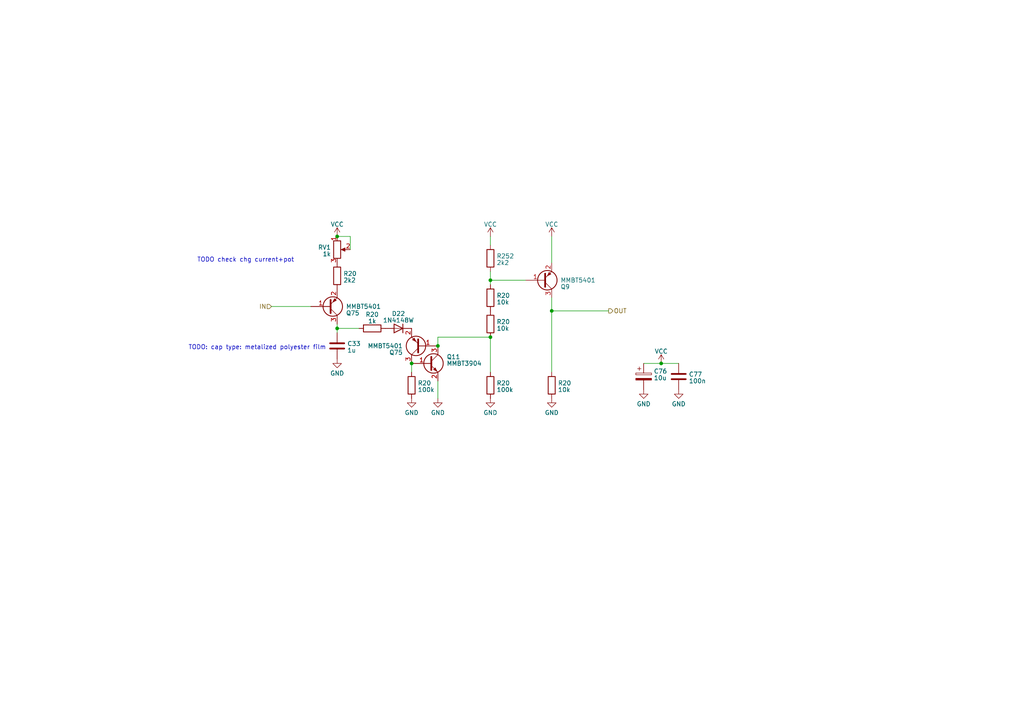
<source format=kicad_sch>
(kicad_sch (version 20230121) (generator eeschema)
  (paper "A4")
  (lib_symbols
    (symbol "Device:C" (pin_numbers hide) (pin_names (offset 0.254))
      (property "Reference" "C" (at 0.635 2.54 0))
      (property "Value" "C" (at 0.635 -2.54 0))
      (symbol "C_0_1"
        (polyline (pts (xy -2.032 -0.762) (xy 2.032 -0.762)) (stroke (width 0.508)))
        (polyline (pts (xy -2.032 0.762) (xy 2.032 0.762)) (stroke (width 0.508)))
      )
      (symbol "C_1_1"
        (pin passive line (at 0 3.81 270) (length 2.794) (name "~") (number "1"))
        (pin passive line (at 0 -3.81 90) (length 2.794) (name "~") (number "2"))
      )
    )
    (symbol "Device:C_Polarized" (pin_numbers hide) (pin_names (offset 0.254))
      (property "Reference" "C" (at 0.635 2.54 0))
      (property "Value" "C_Polarized" (at 0.635 -2.54 0))
      (symbol "C_Polarized_0_1"
        (rectangle (start -2.286 0.508) (end 2.286 1.016))
        (polyline (pts (xy -1.778 2.286) (xy -0.762 2.286)))
        (polyline (pts (xy -1.27 2.794) (xy -1.27 1.778)))
        (rectangle (start 2.286 -0.508) (end -2.286 -1.016) (fill (type outline)))
      )
      (symbol "C_Polarized_1_1"
        (pin passive line (at 0 3.81 270) (length 2.794) (name "~") (number "1"))
        (pin passive line (at 0 -3.81 90) (length 2.794) (name "~") (number "2"))
      )
    )
    (symbol "Device:D" (pin_numbers hide) (pin_names (offset 1.016) hide)
      (property "Reference" "D" (at 0 2.54 0))
      (property "Value" "D" (at 0 -2.54 0))
      (symbol "D_0_1"
        (polyline (pts (xy -1.27 1.27) (xy -1.27 -1.27)) (stroke (width 0.254)))
        (polyline (pts (xy 1.27 0) (xy -1.27 0)))
        (polyline (pts (xy 1.27 1.27) (xy 1.27 -1.27) (xy -1.27 0) (xy 1.27 1.27)) (stroke (width 0.254)))
      )
      (symbol "D_1_1"
        (pin passive line (at -3.81 0 0) (length 2.54) (name "K") (number "1"))
        (pin passive line (at 3.81 0 180) (length 2.54) (name "A") (number "2"))
      )
    )
    (symbol "Device:R" (pin_numbers hide) (pin_names (offset 0))
      (property "Reference" "R" (at 2.032 0 90))
      (property "Value" "R" (at 0 0 90))
      (symbol "R_0_1"
        (rectangle (start -1.016 -2.54) (end 1.016 2.54) (stroke (width 0.254)))
      )
      (symbol "R_1_1"
        (pin passive line (at 0 3.81 270) (length 1.27) (name "~") (number "1"))
        (pin passive line (at 0 -3.81 90) (length 1.27) (name "~") (number "2"))
      )
    )
    (symbol "Device:R_Potentiometer" (pin_names (offset 1.016) hide)
      (property "Reference" "RV" (at -4.445 0 90))
      (property "Value" "R_Potentiometer" (at -2.54 0 90))
      (symbol "R_Potentiometer_0_1"
        (polyline (pts (xy 2.54 0) (xy 1.524 0)))
        (polyline (pts (xy 1.143 0) (xy 2.286 0.508) (xy 2.286 -0.508) (xy 1.143 0)) (fill (type outline)))
        (rectangle (start 1.016 2.54) (end -1.016 -2.54) (stroke (width 0.254)))
      )
      (symbol "R_Potentiometer_1_1"
        (pin passive line (at 0 3.81 270) (length 1.27) (name "1") (number "1"))
        (pin passive line (at 3.81 0 180) (length 1.27) (name "2") (number "2"))
        (pin passive line (at 0 -3.81 90) (length 1.27) (name "3") (number "3"))
      )
    )
    (symbol "Transistor_BJT:MMBT3904" (pin_names (offset 0) hide)
      (property "Reference" "Q" (at 5.08 1.905 0))
      (property "Value" "MMBT3904" (at 5.08 0 0))
      (symbol "MMBT3904_0_1"
        (polyline (pts (xy 0.635 0.635) (xy 2.54 2.54)))
        (polyline (pts (xy 0.635 -0.635) (xy 2.54 -2.54) (xy 2.54 -2.54)))
        (polyline (pts (xy 0.635 1.905) (xy 0.635 -1.905) (xy 0.635 -1.905)) (stroke (width 0.508)))
        (polyline (pts (xy 1.27 -1.778) (xy 1.778 -1.27) (xy 2.286 -2.286) (xy 1.27 -1.778) (xy 1.27 -1.778)) (fill (type outline)))
        (circle (center 1.27 0) (radius 2.8194) (stroke (width 0.254)))
      )
      (symbol "MMBT3904_1_1"
        (pin input line (at -5.08 0 0) (length 5.715) (name "B") (number "1"))
        (pin passive line (at 2.54 -5.08 90) (length 2.54) (name "E") (number "2"))
        (pin passive line (at 2.54 5.08 270) (length 2.54) (name "C") (number "3"))
      )
    )
    (symbol "Transistor_BJT:MMBT3906" (pin_names (offset 0) hide)
      (property "Reference" "Q" (at 5.08 1.905 0))
      (property "Value" "MMBT3906" (at 5.08 0 0))
      (symbol "MMBT3906_0_1"
        (polyline (pts (xy 0.635 0.635) (xy 2.54 2.54)))
        (polyline (pts (xy 0.635 -0.635) (xy 2.54 -2.54) (xy 2.54 -2.54)))
        (polyline (pts (xy 0.635 1.905) (xy 0.635 -1.905) (xy 0.635 -1.905)) (stroke (width 0.508)))
        (polyline (pts (xy 2.286 -1.778) (xy 1.778 -2.286) (xy 1.27 -1.27) (xy 2.286 -1.778) (xy 2.286 -1.778)) (fill (type outline)))
        (circle (center 1.27 0) (radius 2.8194) (stroke (width 0.254)))
      )
      (symbol "MMBT3906_1_1"
        (pin input line (at -5.08 0 0) (length 5.715) (name "B") (number "1"))
        (pin passive line (at 2.54 -5.08 90) (length 2.54) (name "E") (number "2"))
        (pin passive line (at 2.54 5.08 270) (length 2.54) (name "C") (number "3"))
      )
    )
    (symbol "power:GND" (power) (pin_names (offset 0))
      (property "Value" "GND" (at 0 -3.81 0))
      (symbol "GND_0_1"
        (polyline (pts (xy 0 0) (xy 0 -1.27) (xy 1.27 -1.27) (xy 0 -2.54) (xy -1.27 -1.27) (xy 0 -1.27)))
      )
      (symbol "GND_1_1"
        (pin power_in line (at 0 0 270) (length 0) hide (name "GND") (number "1"))
      )
    )
    (symbol "power:VCC" (power) (pin_names (offset 0))
      (property "Value" "VCC" (at 0 3.81 0))
      (symbol "VCC_0_1"
        (polyline (pts (xy -0.762 1.27) (xy 0 2.54)))
        (polyline (pts (xy 0 0) (xy 0 2.54)))
        (polyline (pts (xy 0 2.54) (xy 0.762 1.27)))
      )
      (symbol "VCC_1_1"
        (pin power_in line (at 0 0 90) (length 0) hide (name "VCC") (number "1"))
      )
    )
  )
  (junction (at 119.38 105.41))
  (junction (at 97.79 95.25))
  (junction (at 142.24 81.28))
  (junction (at 160.02 90.17))
  (junction (at 97.79 68.58))
  (junction (at 191.77 105.41))
  (junction (at 127 100.33))
  (junction (at 142.24 97.79))
  (wire (pts (xy 160.02 107.95) (xy 160.02 90.17)))
  (wire (pts (xy 127 115.57) (xy 127 110.49)))
  (wire (pts (xy 142.24 81.28) (xy 152.4 81.28)))
  (wire (pts (xy 101.6 72.39) (xy 101.6 68.58)))
  (wire (pts (xy 186.69 105.41) (xy 191.77 105.41)))
  (wire (pts (xy 160.02 68.58) (xy 160.02 76.2)))
  (wire (pts (xy 142.24 68.58) (xy 142.24 71.12)))
  (wire (pts (xy 127 97.79) (xy 127 100.33)))
  (wire (pts (xy 127 97.79) (xy 142.24 97.79)))
  (wire (pts (xy 97.79 95.25) (xy 97.79 93.98)))
  (wire (pts (xy 78.74 88.9) (xy 90.17 88.9)))
  (wire (pts (xy 142.24 97.79) (xy 142.24 107.95)))
  (wire (pts (xy 191.77 105.41) (xy 196.85 105.41)))
  (wire (pts (xy 119.38 107.95) (xy 119.38 105.41)))
  (wire (pts (xy 160.02 90.17) (xy 176.53 90.17)))
  (wire (pts (xy 142.24 81.28) (xy 142.24 82.55)))
  (wire (pts (xy 101.6 68.58) (xy 97.79 68.58)))
  (wire (pts (xy 97.79 95.25) (xy 104.14 95.25)))
  (wire (pts (xy 97.79 96.52) (xy 97.79 95.25)))
  (wire (pts (xy 160.02 90.17) (xy 160.02 86.36)))
  (wire (pts (xy 142.24 78.74) (xy 142.24 81.28)))
  (text "TODO: cap type: metalized polyester film" (at 54.61 101.6 0) (effects (font (size 1.27 1.27)) (justify left bottom)))
  (text "TODO check chg current+pot" (at 57.15 76.2 0) (effects (font (size 1.27 1.27)) (justify left bottom)))
  (hierarchical_label "IN" (shape input) (at 78.74 88.9 180))
  (hierarchical_label "OUT" (shape output) (at 176.53 90.17 0))
  (symbol (lib_id "power:GND") (at 142.24 115.57 0) (unit 1)
    (property "Reference" "#PWR09" (effects hide))
    (property "Value" "GND" (at 142.24 119.7055 0))
    (instances (project "transistor_clock" (path "" (reference "#PWR09") (unit 1)) (path "" (reference "#PWR0112") (unit 1)) (path "" (reference "#PWR0181") (unit 1)) (path "" (reference "#PWR0208") (unit 1)) (path "" (reference "#PWR0244") (unit 1))))
  )
  (symbol (lib_id "Transistor_BJT:MMBT3906") (at 121.92 100.33 180) (unit 1)
    (property "Reference" "Q105" (at 116.84 102.235 0) (effects (justify left)))
    (property "Value" "MMBT5401" (at 116.84 100.33 0) (effects (justify left)))
    (property "Footprint" "Package_TO_SOT_SMD:SOT-23" (effects hide))
    (property "Datasheet" "https://www.onsemi.com/pub/Collateral/2N3906-D.PDF" (effects hide))
    (property "Assembly" "True" (effects hide))
    (property "LCSC_PN" "C8326" (effects hide))
    (property "Price" "0.0137" (effects hide))
    (instances (project "transistor_clock" (path "" (reference "Q75") (unit 1)) (path "" (reference "Q10") (unit 1)) (path "" (reference "Q9") (unit 1)) (path "" (reference "Q123") (unit 1)) (path "" (reference "Q120") (unit 1))))
  )
  (symbol (lib_id "Device:R") (at 97.79 80.01 180) (unit 1)
    (property "Reference" "R20" (at 99.568 79.3663 0) (effects (justify right)))
    (property "Value" "2k2" (at 99.568 81.2873 0) (effects (justify right)))
    (property "Footprint" "Resistor_SMD:R_0603_1608Metric" (effects hide))
    (property "Assembly" "True" (effects hide))
    (property "LCSC_PN" "C4190" (effects hide))
    (property "Price" "0.0009" (effects hide))
    (instances (project "transistor_clock" (path "" (reference "R20") (unit 1)) (path "" (reference "R247") (unit 1)) (path "" (reference "R241") (unit 1)) (path "" (reference "R147") (unit 1)) (path "" (reference "R56") (unit 1)) (path "" (reference "R243") (unit 1))))
  )
  (symbol (lib_id "power:GND") (at 127 115.57 0) (unit 1)
    (property "Reference" "#PWR09" (effects hide))
    (property "Value" "GND" (at 127 119.7055 0))
    (instances (project "transistor_clock" (path "" (reference "#PWR09") (unit 1)) (path "" (reference "#PWR0112") (unit 1)) (path "" (reference "#PWR0181") (unit 1)) (path "" (reference "#PWR0205") (unit 1)) (path "" (reference "#PWR0242") (unit 1))))
  )
  (symbol (lib_id "Transistor_BJT:MMBT3906") (at 95.25 88.9 0) (mirror x) (unit 1)
    (property "Reference" "Q105" (at 100.33 90.805 0) (effects (justify left)))
    (property "Value" "MMBT5401" (at 100.33 88.9 0) (effects (justify left)))
    (property "Footprint" "Package_TO_SOT_SMD:SOT-23" (effects hide))
    (property "Datasheet" "https://www.onsemi.com/pub/Collateral/2N3906-D.PDF" (effects hide))
    (property "Assembly" "True" (effects hide))
    (property "LCSC_PN" "C8326" (effects hide))
    (property "Price" "0.0137" (effects hide))
    (instances (project "transistor_clock" (path "" (reference "Q75") (unit 1)) (path "" (reference "Q10") (unit 1)) (path "" (reference "Q9") (unit 1)) (path "" (reference "Q122") (unit 1)) (path "" (reference "Q119") (unit 1))))
  )
  (symbol (lib_id "Device:C") (at 97.79 100.33 180) (unit 1)
    (property "Reference" "C33" (at 100.711 99.6863 0) (effects (justify right)))
    (property "Value" "1u" (at 100.711 101.6073 0) (effects (justify right)))
    (property "Footprint" "Capacitor_SMD:C_0805_2012Metric" (effects hide))
    (instances (project "transistor_clock" (path "" (reference "C33") (unit 1)) (path "" (reference "C2") (unit 1)) (path "" (reference "C1") (unit 1)) (path "" (reference "C55") (unit 1)) (path "" (reference "C71") (unit 1))))
  )
  (symbol (lib_id "power:VCC") (at 142.24 68.58 0) (unit 1)
    (property "Reference" "#PWR022" (effects hide))
    (property "Value" "VCC" (at 142.24 65.0781 0))
    (instances (project "transistor_clock" (path "" (reference "#PWR022") (unit 1)) (path "" (reference "#PWR0114") (unit 1)) (path "" (reference "#PWR0191") (unit 1)) (path "" (reference "#PWR0200") (unit 1)) (path "" (reference "#PWR0243") (unit 1))))
  )
  (symbol (lib_id "power:VCC") (at 97.79 68.58 0) (unit 1)
    (property "Reference" "#PWR022" (effects hide))
    (property "Value" "VCC" (at 97.79 65.0781 0))
    (instances (project "transistor_clock" (path "" (reference "#PWR022") (unit 1)) (path "" (reference "#PWR0114") (unit 1)) (path "" (reference "#PWR0191") (unit 1)) (path "" (reference "#PWR0202") (unit 1)) (path "" (reference "#PWR0237") (unit 1))))
  )
  (symbol (lib_id "Device:C") (at 196.85 109.22 180) (unit 1)
    (property "Reference" "C77" (at 199.771 108.5763 0) (effects (justify right)))
    (property "Value" "100n" (at 199.771 110.4973 0) (effects (justify right)))
    (property "Footprint" "Capacitor_SMD:C_0603_1608Metric" (effects hide))
    (property "LCSC_PN" "C14663" (effects hide))
    (property "Price" "0.0021" (effects hide))
    (instances (project "transistor_clock" (path "" (reference "C77") (unit 1)) (path "" (reference "C1") (unit 1)) (path "" (reference "C33") (unit 1)) (path "" (reference "C2") (unit 1)) (path "" (reference "C73") (unit 1))))
  )
  (symbol (lib_id "Device:C_Polarized") (at 186.69 109.22 0) (unit 1)
    (property "Reference" "C76" (at 189.611 107.6873 0) (effects (justify left)))
    (property "Value" "10u" (at 189.611 109.6083 0) (effects (justify left)))
    (property "Footprint" "Capacitor_SMD:C_0805_2012Metric" (effects hide))
    (property "Assembly" "True" (effects hide))
    (property "LCSC_PN" "C15850" (effects hide))
    (property "Price" "0.0105" (effects hide))
    (instances (project "transistor_clock" (path "" (reference "C76") (unit 1)) (path "" (reference "C72") (unit 1))))
  )
  (symbol (lib_id "power:GND") (at 119.38 115.57 0) (unit 1)
    (property "Reference" "#PWR09" (effects hide))
    (property "Value" "GND" (at 119.38 119.7055 0))
    (instances (project "transistor_clock" (path "" (reference "#PWR09") (unit 1)) (path "" (reference "#PWR0112") (unit 1)) (path "" (reference "#PWR0181") (unit 1)) (path "" (reference "#PWR0204") (unit 1)) (path "" (reference "#PWR0241") (unit 1))))
  )
  (symbol (lib_id "Device:R") (at 142.24 74.93 0) (unit 1)
    (property "Reference" "R252" (at 144.018 74.2863 0) (effects (justify left)))
    (property "Value" "2k2" (at 144.018 76.2073 0) (effects (justify left)))
    (property "Footprint" "Resistor_SMD:R_0603_1608Metric" (effects hide))
    (property "Assembly" "True" (effects hide))
    (property "LCSC_PN" "C4190" (effects hide))
    (property "Price" "0.0009" (effects hide))
    (instances (project "transistor_clock" (path "" (reference "R252") (unit 1)) (path "" (reference "R241") (unit 1)) (path "" (reference "R147") (unit 1)) (path "" (reference "R56") (unit 1)) (path "" (reference "R20") (unit 1)) (path "" (reference "R248") (unit 1))))
  )
  (symbol (lib_id "Device:R") (at 107.95 95.25 90) (unit 1)
    (property "Reference" "R213" (at 107.95 91.2241 90))
    (property "Value" "1k" (at 107.95 93.1451 90))
    (property "Footprint" "Resistor_SMD:R_0603_1608Metric" (effects hide))
    (property "Assembly" "True" (effects hide))
    (property "LCSC_PN" "C21190" (effects hide))
    (property "Price" "0.0005" (effects hide))
    (instances (project "transistor_clock" (path "" (reference "R20") (unit 1)) (path "" (reference "R56") (unit 1)) (path "" (reference "R147") (unit 1)) (path "" (reference "R241") (unit 1)) (path "" (reference "R248") (unit 1)) (path "" (reference "R244") (unit 1))))
  )
  (symbol (lib_id "Device:R") (at 142.24 93.98 0) (unit 1)
    (property "Reference" "R213" (at 144.018 93.3363 0) (effects (justify left)))
    (property "Value" "10k" (at 144.018 95.2573 0) (effects (justify left)))
    (property "Footprint" "Resistor_SMD:R_0603_1608Metric" (effects hide))
    (property "Assembly" "True" (effects hide))
    (property "LCSC_PN" "C25804" (effects hide))
    (property "Price" "0.0008" (effects hide))
    (instances (project "transistor_clock" (path "" (reference "R20") (unit 1)) (path "" (reference "R56") (unit 1)) (path "" (reference "R147") (unit 1)) (path "" (reference "R225") (unit 1)) (path "" (reference "R254") (unit 1)) (path "" (reference "R237") (unit 1))))
  )
  (symbol (lib_id "Device:R") (at 119.38 111.76 0) (unit 1)
    (property "Reference" "R213" (at 121.158 111.1163 0) (effects (justify left)))
    (property "Value" "100k" (at 121.158 113.0373 0) (effects (justify left)))
    (property "Footprint" "Resistor_SMD:R_0603_1608Metric" (effects hide))
    (property "Assembly" "True" (effects hide))
    (property "LCSC_PN" "C25803" (effects hide))
    (property "Price" "0.0009" (effects hide))
    (instances (project "transistor_clock" (path "" (reference "R20") (unit 1)) (path "" (reference "R56") (unit 1)) (path "" (reference "R147") (unit 1)) (path "" (reference "R225") (unit 1)) (path "" (reference "R249") (unit 1)) (path "" (reference "R247") (unit 1))))
  )
  (symbol (lib_id "power:GND") (at 186.69 113.03 0) (unit 1)
    (property "Reference" "#PWR09" (effects hide))
    (property "Value" "GND" (at 186.69 117.1655 0))
    (instances (project "transistor_clock" (path "" (reference "#PWR09") (unit 1)) (path "" (reference "#PWR0112") (unit 1)) (path "" (reference "#PWR0181") (unit 1)) (path "" (reference "#PWR0253") (unit 1)) (path "" (reference "#PWR0247") (unit 1))))
  )
  (symbol (lib_id "power:GND") (at 160.02 115.57 0) (unit 1)
    (property "Reference" "#PWR09" (effects hide))
    (property "Value" "GND" (at 160.02 119.7055 0))
    (instances (project "transistor_clock" (path "" (reference "#PWR09") (unit 1)) (path "" (reference "#PWR0112") (unit 1)) (path "" (reference "#PWR0181") (unit 1)) (path "" (reference "#PWR0208") (unit 1)) (path "" (reference "#PWR0246") (unit 1))))
  )
  (symbol (lib_id "Device:R_Potentiometer") (at 97.79 72.39 0) (unit 1)
    (property "Reference" "RV1" (at 96.0121 71.7463 0) (effects (justify right)))
    (property "Value" "1k" (at 96.0121 73.6673 0) (effects (justify right)))
    (property "Footprint" "Potentiometer_THT:Potentiometer_Vishay_T73YP_Vertical" (effects hide))
    (property "Assembly" "False" (effects hide))
    (instances (project "transistor_clock" (path "" (reference "RV1") (unit 1)) (path "" (reference "RV2") (unit 1))))
  )
  (symbol (lib_id "power:GND") (at 97.79 104.14 0) (unit 1)
    (property "Reference" "#PWR09" (effects hide))
    (property "Value" "GND" (at 97.79 108.2755 0))
    (instances (project "transistor_clock" (path "" (reference "#PWR09") (unit 1)) (path "" (reference "#PWR0112") (unit 1)) (path "" (reference "#PWR0181") (unit 1)) (path "" (reference "#PWR0203") (unit 1)) (path "" (reference "#PWR0238") (unit 1))))
  )
  (symbol (lib_id "Device:R") (at 160.02 111.76 0) (unit 1)
    (property "Reference" "R20" (at 161.798 111.1163 0) (effects (justify left)))
    (property "Value" "10k" (at 161.798 113.0373 0) (effects (justify left)))
    (property "Footprint" "Resistor_SMD:R_0603_1608Metric" (effects hide))
    (property "Assembly" "True" (effects hide))
    (property "LCSC_PN" "C25804" (effects hide))
    (property "Price" "0.0008" (effects hide))
    (instances (project "transistor_clock" (path "" (reference "R20") (unit 1)) (path "" (reference "R253") (unit 1)) (path "" (reference "R225") (unit 1)) (path "" (reference "R147") (unit 1)) (path "" (reference "R56") (unit 1)) (path "" (reference "R251") (unit 1))))
  )
  (symbol (lib_id "Transistor_BJT:MMBT3904") (at 124.46 105.41 0) (unit 1)
    (property "Reference" "Q107" (at 129.54 103.505 0) (effects (justify left)))
    (property "Value" "MMBT3904" (at 129.54 105.41 0) (effects (justify left)))
    (property "Footprint" "Package_TO_SOT_SMD:SOT-23" (effects hide))
    (property "Datasheet" "https://www.onsemi.com/pub/Collateral/2N3903-D.PDF" (effects hide))
    (property "Assembly" "True" (effects hide))
    (property "LCSC_PN" "C20526" (effects hide))
    (property "Price" "0.0094" (effects hide))
    (instances (project "transistor_clock" (path "" (reference "Q11") (unit 1)) (path "" (reference "Q28") (unit 1)) (path "" (reference "Q74") (unit 1)) (path "" (reference "Q113") (unit 1)) (path "" (reference "Q124") (unit 1)) (path "" (reference "Q121") (unit 1))))
  )
  (symbol (lib_id "Device:R") (at 142.24 111.76 0) (unit 1)
    (property "Reference" "R20" (at 144.018 111.1163 0) (effects (justify left)))
    (property "Value" "100k" (at 144.018 113.0373 0) (effects (justify left)))
    (property "Footprint" "Resistor_SMD:R_0603_1608Metric" (effects hide))
    (property "Assembly" "True" (effects hide))
    (property "LCSC_PN" "C25803" (effects hide))
    (property "Price" "0.0009" (effects hide))
    (instances (project "transistor_clock" (path "" (reference "R20") (unit 1)) (path "" (reference "R253") (unit 1)) (path "" (reference "R225") (unit 1)) (path "" (reference "R147") (unit 1)) (path "" (reference "R56") (unit 1)) (path "" (reference "R250") (unit 1))))
  )
  (symbol (lib_id "Transistor_BJT:MMBT3906") (at 157.48 81.28 0) (mirror x) (unit 1)
    (property "Reference" "Q9" (at 162.56 83.185 0) (effects (justify left)))
    (property "Value" "MMBT5401" (at 162.56 81.28 0) (effects (justify left)))
    (property "Footprint" "Package_TO_SOT_SMD:SOT-23" (effects hide))
    (property "Datasheet" "https://www.onsemi.com/pub/Collateral/2N3906-D.PDF" (effects hide))
    (property "Assembly" "True" (effects hide))
    (property "LCSC_PN" "C8326" (effects hide))
    (property "Price" "0.0137" (effects hide))
    (instances (project "transistor_clock" (path "" (reference "Q9") (unit 1)) (path "" (reference "Q122") (unit 1)) (path "" (reference "Q75") (unit 1)) (path "" (reference "Q10") (unit 1)) (path "" (reference "Q122") (unit 1))))
  )
  (symbol (lib_id "power:VCC") (at 191.77 105.41 0) (unit 1)
    (property "Reference" "#PWR022" (effects hide))
    (property "Value" "VCC" (at 191.77 101.9081 0))
    (instances (project "transistor_clock" (path "" (reference "#PWR022") (unit 1)) (path "" (reference "#PWR0114") (unit 1)) (path "" (reference "#PWR0191") (unit 1)) (path "" (reference "#PWR0261") (unit 1)) (path "" (reference "#PWR0248") (unit 1))))
  )
  (symbol (lib_id "Device:R") (at 142.24 86.36 0) (unit 1)
    (property "Reference" "R213" (at 144.018 85.7163 0) (effects (justify left)))
    (property "Value" "10k" (at 144.018 87.6373 0) (effects (justify left)))
    (property "Footprint" "Resistor_SMD:R_0603_1608Metric" (effects hide))
    (property "Assembly" "True" (effects hide))
    (property "LCSC_PN" "C25804" (effects hide))
    (property "Price" "0.0008" (effects hide))
    (instances (project "transistor_clock" (path "" (reference "R20") (unit 1)) (path "" (reference "R56") (unit 1)) (path "" (reference "R147") (unit 1)) (path "" (reference "R225") (unit 1)) (path "" (reference "R254") (unit 1)) (path "" (reference "R249") (unit 1))))
  )
  (symbol (lib_id "power:VCC") (at 160.02 68.58 0) (unit 1)
    (property "Reference" "#PWR022" (effects hide))
    (property "Value" "VCC" (at 160.02 65.0781 0))
    (instances (project "transistor_clock" (path "" (reference "#PWR022") (unit 1)) (path "" (reference "#PWR0114") (unit 1)) (path "" (reference "#PWR0191") (unit 1)) (path "" (reference "#PWR0200") (unit 1)) (path "" (reference "#PWR0245") (unit 1))))
  )
  (symbol (lib_id "Device:D") (at 115.57 95.25 180) (unit 1)
    (property "Reference" "D22" (at 115.57 90.9701 0))
    (property "Value" "1N4148W" (at 115.57 92.8911 0))
    (property "Footprint" "Diode_SMD:D_SOD-123" (effects hide))
    (property "Sim.Device" "D" (effects hide))
    (property "Sim.Pins" "1=K 2=A" (effects hide))
    (property "Assembly" "True" (effects hide))
    (property "LCSC_PN" "C81598" (effects hide))
    (property "Price" "0.0061" (effects hide))
    (instances (project "transistor_clock" (path "" (reference "D22") (unit 1)) (path "" (reference "D253") (unit 1)) (path "" (reference "D124") (unit 1)) (path "" (reference "D23") (unit 1)) (path "" (reference "D293") (unit 1))))
  )
  (symbol (lib_id "power:GND") (at 196.85 113.03 0) (unit 1)
    (property "Reference" "#PWR09" (effects hide))
    (property "Value" "GND" (at 196.85 117.1655 0))
    (instances (project "transistor_clock" (path "" (reference "#PWR09") (unit 1)) (path "" (reference "#PWR0112") (unit 1)) (path "" (reference "#PWR0181") (unit 1)) (path "" (reference "#PWR0260") (unit 1)) (path "" (reference "#PWR0249") (unit 1))))
  )
)
</source>
